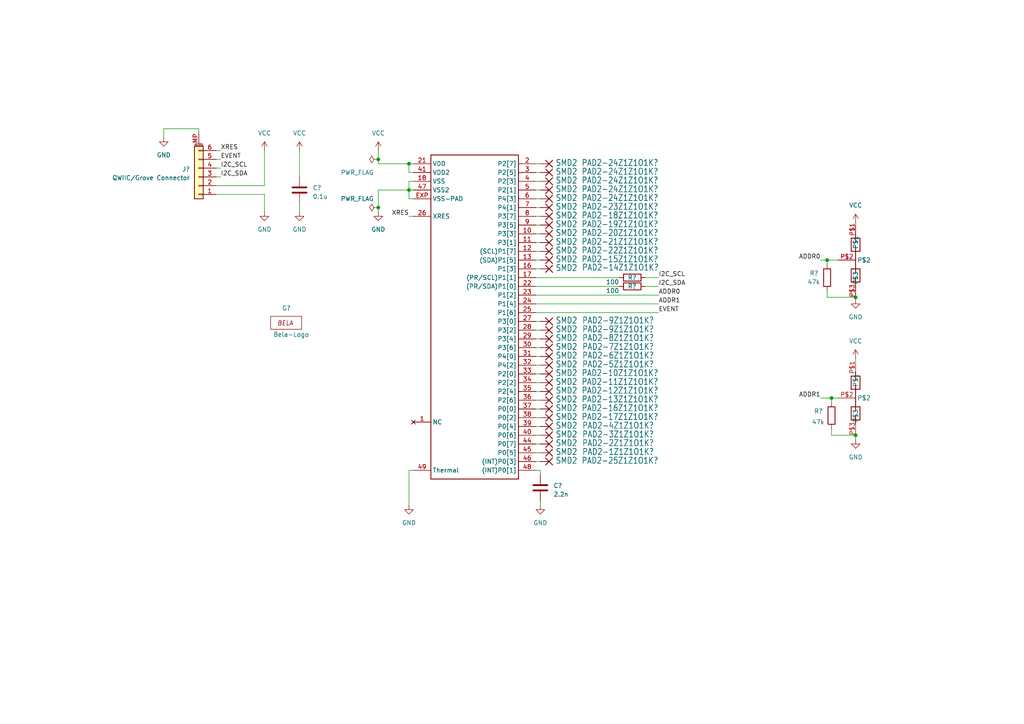
<source format=kicad_sch>
(kicad_sch (version 20211123) (generator eeschema)
  (paper "A4")
  (title_block (title "TRILL-SQUARE") (date "2022-10-21") (rev "C") (company "BELA / Augmented Instrumenst Ltd.") (comment 1 "https://bela.io"))
  (lib_symbols
    (symbol "Bela:Bela-Logo" (pin_numbers hide) (pin_names (offset 0) hide) (in_bom no)
      (property "Reference" "G" (at 0 -5.08 0))
      (property "Value" "Bela-Logo" (at 0.0508 -3.0988 0))
      (symbol "Bela-Logo_0_0"
        (text "" (at -8.2804 -15.748 0) (effects (font (size 1.27 1.27))))
        (text "" (at -5.3594 -7.366 0) (effects (font (size 1.27 1.27))))
        (text "BELA" (at -0.3048 0.7874 0) (effects (font (size 1.27 1.27) italic)))
      )
      (symbol "Bela-Logo_0_1"
        (rectangle (start -4.572 2.7432) (end 4.4196 -1.016))
      )
    )
    (symbol "Connector_Generic_MountingPin:Conn_01x06_MountingPin" (pin_names (offset 1.016) hide)
      (property "Reference" "J" (at 0 7.62 0))
      (property "Value" "Conn_01x06_MountingPin" (at 1.27 -10.16 0))
      (symbol "Conn_01x06_MountingPin_1_1"
        (rectangle (start -1.27 -7.493) (end 0 -7.747) (stroke (width 0.1524)))
        (rectangle (start -1.27 -4.953) (end 0 -5.207) (stroke (width 0.1524)))
        (rectangle (start -1.27 -2.413) (end 0 -2.667) (stroke (width 0.1524)))
        (rectangle (start -1.27 0.127) (end 0 -0.127) (stroke (width 0.1524)))
        (rectangle (start -1.27 2.667) (end 0 2.413) (stroke (width 0.1524)))
        (rectangle (start -1.27 5.207) (end 0 4.953) (stroke (width 0.1524)))
        (rectangle (start -1.27 6.35) (end 1.27 -8.89) (stroke (width 0.254)) (fill (type background)))
        (polyline (pts (xy -1.016 -9.652) (xy 1.016 -9.652)) (stroke (width 0.1524)))
        (text "Mounting" (at 0 -9.271 0) (effects (font (size 0.381 0.381))))
        (pin passive line (at -5.08 5.08 0) (length 3.81) (name "Pin_1") (number "1"))
        (pin passive line (at -5.08 2.54 0) (length 3.81) (name "Pin_2") (number "2"))
        (pin passive line (at -5.08 0 0) (length 3.81) (name "Pin_3") (number "3"))
        (pin passive line (at -5.08 -2.54 0) (length 3.81) (name "Pin_4") (number "4"))
        (pin passive line (at -5.08 -5.08 0) (length 3.81) (name "Pin_5") (number "5"))
        (pin passive line (at -5.08 -7.62 0) (length 3.81) (name "Pin_6") (number "6"))
        (pin passive line (at 0 -12.7 90) (length 3.048) (name "MountPin") (number "MP"))
      )
    )
    (symbol "Device:C" (pin_numbers hide) (pin_names (offset 0.254))
      (property "Reference" "C" (at 0.635 2.54 0))
      (property "Value" "C" (at 0.635 -2.54 0))
      (symbol "C_0_1"
        (polyline (pts (xy -2.032 -0.762) (xy 2.032 -0.762)) (stroke (width 0.508)))
        (polyline (pts (xy -2.032 0.762) (xy 2.032 0.762)) (stroke (width 0.508)))
      )
      (symbol "C_1_1"
        (pin passive line (at 0 3.81 270) (length 2.794) (name "~") (number "1"))
        (pin passive line (at 0 -3.81 90) (length 2.794) (name "~") (number "2"))
      )
    )
    (symbol "Device:R" (pin_numbers hide) (pin_names (offset 0))
      (property "Reference" "R" (at 2.032 0 90))
      (property "Value" "R" (at 0 0 90))
      (symbol "R_0_1"
        (rectangle (start -1.016 -2.54) (end 1.016 2.54) (stroke (width 0.254)))
      )
      (symbol "R_1_1"
        (pin passive line (at 0 3.81 270) (length 1.27) (name "~") (number "1"))
        (pin passive line (at 0 -3.81 90) (length 1.27) (name "~") (number "2"))
      )
    )
    (symbol "power:GND" (power) (pin_names (offset 0))
      (property "Value" "GND" (at 0 -3.81 0))
      (symbol "GND_0_1"
        (polyline (pts (xy 0 0) (xy 0 -1.27) (xy 1.27 -1.27) (xy 0 -2.54) (xy -1.27 -1.27) (xy 0 -1.27)))
      )
      (symbol "GND_1_1"
        (pin power_in line (at 0 0 270) (length 0) hide (name "GND") (number "1"))
      )
    )
    (symbol "power:PWR_FLAG" (power) (pin_numbers hide) (pin_names (offset 0) hide)
      (property "Value" "PWR_FLAG" (at 0 3.81 0))
      (symbol "PWR_FLAG_0_0"
        (pin power_out line (at 0 0 90) (length 0) (name "pwr") (number "1"))
      )
      (symbol "PWR_FLAG_0_1"
        (polyline (pts (xy 0 0) (xy 0 1.27) (xy -1.016 1.905) (xy 0 2.54) (xy 1.016 1.905) (xy 0 1.27)))
      )
    )
    (symbol "power:VCC" (power) (pin_names (offset 0))
      (property "Value" "VCC" (at 0 3.81 0))
      (symbol "VCC_0_1"
        (polyline (pts (xy -0.762 1.27) (xy 0 2.54)))
        (polyline (pts (xy 0 0) (xy 0 2.54)))
        (polyline (pts (xy 0 2.54) (xy 0.762 1.27)))
      )
      (symbol "VCC_1_1"
        (pin power_in line (at 0 0 90) (length 0) hide (name "VCC") (number "1"))
      )
    )
    (symbol "trill-square-eagle-import:CY8C206X6A"
      (symbol "CY8C206X6A_1_0"
        (polyline (pts (xy -12.7 -48.26) (xy -12.7 45.72)) (stroke (width 0.254)))
        (polyline (pts (xy -12.7 45.72) (xy 12.7 45.72)) (stroke (width 0.254)))
        (polyline (pts (xy 12.7 -48.26) (xy -12.7 -48.26)) (stroke (width 0.254)))
        (polyline (pts (xy 12.7 45.72) (xy 12.7 -48.26)) (stroke (width 0.254)))
        (pin no_connect line (at -17.78 -31.75 0) (length 5.08) (name "NC") (number "1"))
        (pin bidirectional line (at 17.78 22.86 180) (length 5.08) (name "P3[3]") (number "10"))
        (pin bidirectional line (at 17.78 20.32 180) (length 5.08) (name "P3[1]") (number "11"))
        (pin bidirectional line (at 17.78 17.78 180) (length 5.08) (name "(SCL)P1[7]") (number "12"))
        (pin bidirectional line (at 17.78 15.24 180) (length 5.08) (name "(SDA)P1[5]") (number "13"))
        (pin bidirectional line (at 17.78 12.7 180) (length 5.08) (name "P1[3]") (number "16"))
        (pin bidirectional line (at 17.78 10.16 180) (length 5.08) (name "(PR/SCL)P1[1]") (number "17"))
        (pin bidirectional line (at -17.78 38.1 0) (length 5.08) (name "VSS") (number "18"))
        (pin bidirectional line (at 17.78 43.18 180) (length 5.08) (name "P2[7]") (number "2"))
        (pin power_in line (at -17.78 43.18 0) (length 5.08) (name "VDD") (number "21"))
        (pin bidirectional line (at 17.78 7.62 180) (length 5.08) (name "(PR/SDA)P1[0]") (number "22"))
        (pin bidirectional line (at 17.78 5.08 180) (length 5.08) (name "P1[2]") (number "23"))
        (pin bidirectional line (at 17.78 2.54 180) (length 5.08) (name "P1[4]") (number "24"))
        (pin bidirectional line (at 17.78 0 180) (length 5.08) (name "P1[6]") (number "25"))
        (pin bidirectional line (at -17.78 27.94 0) (length 5.08) (name "XRES") (number "26"))
        (pin bidirectional line (at 17.78 -2.54 180) (length 5.08) (name "P3[0]") (number "27"))
        (pin bidirectional line (at 17.78 -5.08 180) (length 5.08) (name "P3[2]") (number "28"))
        (pin bidirectional line (at 17.78 -7.62 180) (length 5.08) (name "P3[4]") (number "29"))
        (pin bidirectional line (at 17.78 40.64 180) (length 5.08) (name "P2[5]") (number "3"))
        (pin bidirectional line (at 17.78 -10.16 180) (length 5.08) (name "P3[6]") (number "30"))
        (pin bidirectional line (at 17.78 -12.7 180) (length 5.08) (name "P4[0]") (number "31"))
        (pin bidirectional line (at 17.78 -15.24 180) (length 5.08) (name "P4[2]") (number "32"))
        (pin bidirectional line (at 17.78 -17.78 180) (length 5.08) (name "P2[0]") (number "33"))
        (pin bidirectional line (at 17.78 -20.32 180) (length 5.08) (name "P2[2]") (number "34"))
        (pin bidirectional line (at 17.78 -22.86 180) (length 5.08) (name "P2[4]") (number "35"))
        (pin bidirectional line (at 17.78 -25.4 180) (length 5.08) (name "P2[6]") (number "36"))
        (pin bidirectional line (at 17.78 -27.94 180) (length 5.08) (name "P0[0]") (number "37"))
        (pin bidirectional line (at 17.78 -30.48 180) (length 5.08) (name "P0[2]") (number "38"))
        (pin bidirectional line (at 17.78 -33.02 180) (length 5.08) (name "P0[4]") (number "39"))
        (pin bidirectional line (at 17.78 38.1 180) (length 5.08) (name "P2[3]") (number "4"))
        (pin bidirectional line (at 17.78 -35.56 180) (length 5.08) (name "P0[6]") (number "40"))
        (pin power_in line (at -17.78 40.64 0) (length 5.08) (name "VDD2") (number "41"))
        (pin bidirectional line (at 17.78 -38.1 180) (length 5.08) (name "P0[7]") (number "44"))
        (pin bidirectional line (at 17.78 -40.64 180) (length 5.08) (name "P0[5]") (number "45"))
        (pin bidirectional line (at 17.78 -43.18 180) (length 5.08) (name "(INT)P0[3]") (number "46"))
        (pin bidirectional line (at -17.78 35.56 0) (length 5.08) (name "VSS2") (number "47"))
        (pin bidirectional line (at 17.78 -45.72 180) (length 5.08) (name "(INT)P0[1]") (number "48"))
        (pin passive line (at -17.78 -45.72 0) (length 5.08) (name "Thermal") (number "49"))
        (pin bidirectional line (at 17.78 35.56 180) (length 5.08) (name "P2[1]") (number "5"))
        (pin bidirectional line (at 17.78 33.02 180) (length 5.08) (name "P4[3]") (number "6"))
        (pin bidirectional line (at 17.78 30.48 180) (length 5.08) (name "P4[1]") (number "7"))
        (pin bidirectional line (at 17.78 27.94 180) (length 5.08) (name "P3[7]") (number "8"))
        (pin bidirectional line (at 17.78 25.4 180) (length 5.08) (name "P3[5]") (number "9"))
        (pin bidirectional line (at -17.78 33.02 0) (length 5.08) (name "VSS-PAD") (number "EXP"))
      )
    )
    (symbol "trill-square-eagle-import:SMD2"
      (property "Reference" "PAD" (at -1.143 1.8542 0))
      (property "Value" "SMD2" (at -1.143 -3.302 0))
      (symbol "SMD2_1_0"
        (polyline (pts (xy -1.016 -1.016) (xy 1.016 1.016)) (stroke (width 0.254)))
        (polyline (pts (xy -1.016 1.016) (xy 1.016 -1.016)) (stroke (width 0.254)))
        (pin passive line (at 2.54 0 180) (length 2.54) (name "P") (number "1"))
      )
    )
    (symbol "trill-square-eagle-import:SOLDER_JUMPER_3PAD"
      (symbol "SOLDER_JUMPER_3PAD_1_0"
        (polyline (pts (xy -1.27 -6.35) (xy -1.27 -2.54)) (stroke (width 0.254)))
        (polyline (pts (xy -1.27 -2.54) (xy 1.27 -2.54)) (stroke (width 0.254)))
        (polyline (pts (xy -1.27 2.54) (xy -1.27 6.35)) (stroke (width 0.254)))
        (polyline (pts (xy -1.27 6.35) (xy 1.27 6.35)) (stroke (width 0.254)))
        (polyline (pts (xy 0 -7.62) (xy 0 -5.08)) (stroke (width 0.254)))
        (polyline (pts (xy 0 0) (xy 0 -3.81)) (stroke (width 0.254)))
        (polyline (pts (xy 0 0) (xy 0 3.81)) (stroke (width 0.254)))
        (polyline (pts (xy 0 7.62) (xy 0 5.08)) (stroke (width 0.254)))
        (polyline (pts (xy 1.27 -6.35) (xy -1.27 -6.35)) (stroke (width 0.254)))
        (polyline (pts (xy 1.27 -2.54) (xy 1.27 -6.35)) (stroke (width 0.254)))
        (polyline (pts (xy 1.27 2.54) (xy -1.27 2.54)) (stroke (width 0.254)))
        (polyline (pts (xy 1.27 6.35) (xy 1.27 2.54)) (stroke (width 0.254)))
        (pin bidirectional line (at 0 10.16 270) (length 2.54) (name "P$1") (number "P$1"))
        (pin bidirectional line (at -5.08 0 0) (length 5.08) (name "P$2") (number "P$2"))
        (pin bidirectional line (at 0 -10.16 90) (length 2.54) (name "P$3") (number "P$3"))
      )
    )
  )
  (junction (at 109.728 60.198))
  (junction (at 109.728 46.228))
  (junction (at 118.618 55.118))
  (junction (at 248.158 86.233))
  (junction (at 118.618 47.498))
  (junction (at 241.173 115.443))
  (junction (at 248.158 126.238))
  (junction (at 239.903 75.438))
  (no_connect (at 119.888 122.428))
  (wire (pts (xy 248.158 86.233) (xy 239.903 86.233)))
  (wire (pts (xy 62.738 48.768) (xy 64.008 48.768)))
  (wire (pts (xy 241.173 115.443) (xy 241.173 116.713)))
  (wire (pts (xy 118.618 47.498) (xy 119.888 47.498)))
  (wire (pts (xy 118.618 47.498) (xy 109.728 47.498)))
  (wire (pts (xy 47.498 37.338) (xy 47.498 39.878)))
  (wire (pts (xy 237.998 75.438) (xy 239.903 75.438)))
  (wire (pts (xy 248.158 86.233) (xy 248.158 85.598)))
  (wire (pts (xy 118.618 52.578) (xy 118.618 55.118)))
  (wire (pts (xy 57.658 38.608) (xy 57.658 37.338)))
  (wire (pts (xy 118.618 50.038) (xy 118.618 47.498)))
  (wire (pts (xy 156.718 136.398) (xy 155.448 136.398)))
  (wire (pts (xy 155.448 75.438) (xy 156.718 75.438)))
  (wire (pts (xy 155.448 50.038) (xy 156.718 50.038)))
  (wire (pts (xy 187.198 83.058) (xy 191.008 83.058)))
  (wire (pts (xy 187.198 80.518) (xy 191.008 80.518)))
  (wire (pts (xy 109.728 47.498) (xy 109.728 46.228)))
  (wire (pts (xy 156.718 137.668) (xy 156.718 136.398)))
  (wire (pts (xy 155.448 70.358) (xy 156.718 70.358)))
  (wire (pts (xy 155.448 55.118) (xy 156.718 55.118)))
  (wire (pts (xy 155.448 83.058) (xy 179.578 83.058)))
  (wire (pts (xy 241.173 124.333) (xy 241.173 126.238)))
  (wire (pts (xy 109.728 46.228) (xy 109.728 43.688)))
  (wire (pts (xy 118.618 55.118) (xy 109.728 55.118)))
  (wire (pts (xy 155.448 131.318) (xy 156.718 131.318)))
  (wire (pts (xy 155.448 116.078) (xy 156.718 116.078)))
  (wire (pts (xy 155.448 85.598) (xy 191.008 85.598)))
  (wire (pts (xy 155.448 52.578) (xy 156.718 52.578)))
  (wire (pts (xy 155.448 47.498) (xy 156.718 47.498)))
  (wire (pts (xy 155.448 118.618) (xy 156.718 118.618)))
  (wire (pts (xy 155.448 60.198) (xy 156.718 60.198)))
  (wire (pts (xy 155.448 110.998) (xy 156.718 110.998)))
  (wire (pts (xy 239.903 75.438) (xy 243.078 75.438)))
  (wire (pts (xy 248.158 104.013) (xy 248.158 105.283)))
  (wire (pts (xy 156.718 145.288) (xy 156.718 146.558)))
  (wire (pts (xy 155.448 93.218) (xy 156.718 93.218)))
  (wire (pts (xy 155.448 126.238) (xy 156.718 126.238)))
  (wire (pts (xy 239.903 84.328) (xy 239.903 86.233)))
  (wire (pts (xy 155.448 128.778) (xy 156.718 128.778)))
  (wire (pts (xy 62.738 43.688) (xy 64.008 43.688)))
  (wire (pts (xy 57.658 37.338) (xy 47.498 37.338)))
  (wire (pts (xy 155.448 105.918) (xy 156.718 105.918)))
  (wire (pts (xy 62.738 56.388) (xy 76.708 56.388)))
  (wire (pts (xy 155.448 77.978) (xy 156.718 77.978)))
  (wire (pts (xy 109.728 55.118) (xy 109.728 60.198)))
  (wire (pts (xy 155.448 113.538) (xy 156.718 113.538)))
  (wire (pts (xy 62.738 51.308) (xy 64.008 51.308)))
  (wire (pts (xy 248.158 86.233) (xy 248.158 86.868)))
  (wire (pts (xy 62.738 53.848) (xy 76.708 53.848)))
  (wire (pts (xy 118.618 55.118) (xy 118.618 57.658)))
  (wire (pts (xy 118.618 146.558) (xy 118.618 136.398)))
  (wire (pts (xy 155.448 65.278) (xy 156.718 65.278)))
  (wire (pts (xy 155.448 108.458) (xy 156.718 108.458)))
  (wire (pts (xy 118.618 57.658) (xy 119.888 57.658)))
  (wire (pts (xy 155.448 80.518) (xy 179.578 80.518)))
  (wire (pts (xy 119.888 55.118) (xy 118.618 55.118)))
  (wire (pts (xy 155.448 67.818) (xy 156.718 67.818)))
  (wire (pts (xy 118.618 136.398) (xy 119.888 136.398)))
  (wire (pts (xy 155.448 123.698) (xy 156.718 123.698)))
  (wire (pts (xy 64.008 46.228) (xy 62.738 46.228)))
  (wire (pts (xy 248.158 64.643) (xy 248.158 65.278)))
  (wire (pts (xy 155.448 98.298) (xy 156.718 98.298)))
  (wire (pts (xy 86.868 43.688) (xy 86.868 51.308)))
  (wire (pts (xy 155.448 100.838) (xy 156.718 100.838)))
  (wire (pts (xy 155.448 72.898) (xy 156.718 72.898)))
  (wire (pts (xy 109.728 60.198) (xy 109.728 61.468)))
  (wire (pts (xy 118.618 62.738) (xy 119.888 62.738)))
  (wire (pts (xy 155.448 62.738) (xy 156.718 62.738)))
  (wire (pts (xy 248.158 126.238) (xy 241.173 126.238)))
  (wire (pts (xy 119.888 52.578) (xy 118.618 52.578)))
  (wire (pts (xy 239.903 75.438) (xy 239.903 76.708)))
  (wire (pts (xy 155.448 133.858) (xy 156.718 133.858)))
  (wire (pts (xy 241.173 115.443) (xy 243.078 115.443)))
  (wire (pts (xy 155.448 57.658) (xy 156.718 57.658)))
  (wire (pts (xy 119.888 50.038) (xy 118.618 50.038)))
  (wire (pts (xy 155.448 103.378) (xy 156.718 103.378)))
  (wire (pts (xy 76.708 53.848) (xy 76.708 43.688)))
  (wire (pts (xy 248.158 126.238) (xy 248.158 125.603)))
  (wire (pts (xy 248.158 126.238) (xy 248.158 127.508)))
  (wire (pts (xy 76.708 56.388) (xy 76.708 61.468)))
  (wire (pts (xy 86.868 58.928) (xy 86.868 61.468)))
  (wire (pts (xy 155.448 121.158) (xy 156.718 121.158)))
  (wire (pts (xy 155.448 90.678) (xy 191.008 90.678)))
  (wire (pts (xy 155.448 88.138) (xy 191.008 88.138)))
  (wire (pts (xy 237.998 115.443) (xy 241.173 115.443)))
  (wire (pts (xy 155.448 95.758) (xy 156.718 95.758)))
  (label "ADDR0" (at 237.998 75.438 0))
  (label "EVENT" (at 191.008 90.678 0))
  (label "XRES" (at 118.618 62.738 0))
  (label "ADDR0" (at 191.008 85.598 0))
  (label "XRES" (at 64.008 43.688 0))
  (label "I2C_SDA" (at 191.008 83.058 0))
  (label "I2C_SDA" (at 64.008 51.308 0))
  (label "I2C_SCL" (at 191.008 80.518 0))
  (label "I2C_SCL" (at 64.008 48.768 0))
  (label "ADDR1" (at 191.008 88.138 0))
  (label "EVENT" (at 64.008 46.228 0))
  (label "ADDR1" (at 237.998 115.443 0))
  (symbol (lib_id "power:VCC") (at 86.868 43.688 0) (unit 1)
    (property "Reference" "#PWR?" (effects hide))
    (property "Value" "VCC" (at 86.868 38.608 0))
  )
  (symbol (lib_id "trill-square-eagle-import:SMD2") (at 159.258 95.758 180) (unit 1)
    (property "Reference" "PAD2-9Z1Z1O1K?" (at 189.738 94.488 0) (effects (font (size 1.778 1.5113)) (justify left bottom)))
    (property "Value" "SMD2" (at 167.513 94.488 0) (effects (font (size 1.778 1.5113)) (justify left bottom)))
    (property "Footprint" "trill-square:SMD1,27-2,54" (effects hide))
  )
  (symbol (lib_id "trill-square-eagle-import:SMD2") (at 159.258 47.498 180) (unit 1)
    (property "Reference" "PAD2-24Z1Z1O1K?" (at 191.008 46.228 0) (effects (font (size 1.778 1.5113)) (justify left bottom)))
    (property "Value" "SMD2" (at 167.513 46.228 0) (effects (font (size 1.778 1.5113)) (justify left bottom)))
    (property "Footprint" "trill-square:SMD1,27-2,54" (effects hide))
  )
  (symbol (lib_id "trill-square-eagle-import:SMD2") (at 159.258 70.358 180) (unit 1)
    (property "Reference" "PAD2-21Z1Z1O1K?" (at 191.008 69.088 0) (effects (font (size 1.778 1.5113)) (justify left bottom)))
    (property "Value" "SMD2" (at 167.513 69.088 0) (effects (font (size 1.778 1.5113)) (justify left bottom)))
    (property "Footprint" "trill-square:SMD1,27-2,54" (effects hide))
  )
  (symbol (lib_id "power:VCC") (at 109.728 43.688 0) (unit 1)
    (property "Reference" "#PWR?" (effects hide))
    (property "Value" "VCC" (at 109.728 38.608 0))
  )
  (symbol (lib_id "trill-square-eagle-import:SMD2") (at 159.258 57.658 180) (unit 1)
    (property "Reference" "PAD2-24Z1Z1O1K?" (at 191.008 56.388 0) (effects (font (size 1.778 1.5113)) (justify left bottom)))
    (property "Value" "SMD2" (at 167.513 56.388 0) (effects (font (size 1.778 1.5113)) (justify left bottom)))
    (property "Footprint" "trill-square:SMD1,27-2,54" (effects hide))
  )
  (symbol (lib_id "trill-square-eagle-import:SMD2") (at 159.258 128.778 180) (unit 1)
    (property "Reference" "PAD2-2Z1Z1O1K?" (at 189.738 127.508 0) (effects (font (size 1.778 1.5113)) (justify left bottom)))
    (property "Value" "SMD2" (at 167.513 127.508 0) (effects (font (size 1.778 1.5113)) (justify left bottom)))
    (property "Footprint" "trill-square:SMD1,27-2,54" (effects hide))
  )
  (symbol (lib_id "Device:R") (at 183.388 83.058 90) (unit 1)
    (property "Reference" "R?" (at 184.658 83.058 90) (effects (justify left)))
    (property "Value" "100" (at 179.578 84.328 90) (effects (justify left)))
    (property "Footprint" "Resistor_SMD:R_0402_1005Metric" (effects hide))
  )
  (symbol (lib_id "trill-square-eagle-import:SMD2") (at 159.258 67.818 180) (unit 1)
    (property "Reference" "PAD2-20Z1Z1O1K?" (at 191.008 66.548 0) (effects (font (size 1.778 1.5113)) (justify left bottom)))
    (property "Value" "SMD2" (at 167.513 66.548 0) (effects (font (size 1.778 1.5113)) (justify left bottom)))
    (property "Footprint" "trill-square:SMD1,27-2,54" (effects hide))
  )
  (symbol (lib_id "Device:C") (at 86.868 55.118 0) (unit 1)
    (property "Reference" "C?" (at 90.678 54.483 0) (effects (justify left)))
    (property "Value" "0.1u" (at 90.678 57.023 0) (effects (justify left)))
    (property "Footprint" "Capacitor_SMD:C_0402_1005Metric" (effects hide))
  )
  (symbol (lib_id "trill-square-eagle-import:SMD2") (at 159.258 105.918 180) (unit 1)
    (property "Reference" "PAD2-5Z1Z1O1K?" (at 189.738 104.648 0) (effects (font (size 1.778 1.5113)) (justify left bottom)))
    (property "Value" "SMD2" (at 167.513 104.648 0) (effects (font (size 1.778 1.5113)) (justify left bottom)))
    (property "Footprint" "trill-square:SMD1,27-2,54" (effects hide))
  )
  (symbol (lib_id "trill-square-eagle-import:CY8C206X6A") (at 137.668 90.678 0) (unit 1)
    (property "Reference" "IC?" (effects hide))
    (property "Value" "CY8C206X6A" (effects hide))
    (property "Footprint" "trill-square:QFN48-LEADS" (effects hide))
  )
  (symbol (lib_id "power:PWR_FLAG") (at 109.728 46.228 90) (unit 1)
    (property "Reference" "#FLG?" (effects hide))
    (property "Value" "PWR_FLAG" (at 108.458 50.038 90) (effects (justify left)))
  )
  (symbol (lib_id "trill-square-eagle-import:SMD2") (at 159.258 52.578 180) (unit 1)
    (property "Reference" "PAD2-24Z1Z1O1K?" (at 191.008 51.308 0) (effects (font (size 1.778 1.5113)) (justify left bottom)))
    (property "Value" "SMD2" (at 167.513 51.308 0) (effects (font (size 1.778 1.5113)) (justify left bottom)))
    (property "Footprint" "trill-square:SMD1,27-2,54" (effects hide))
  )
  (symbol (lib_id "power:VCC") (at 248.158 64.643 0) (unit 1)
    (property "Reference" "#PWR?" (effects hide))
    (property "Value" "VCC" (at 248.158 59.563 0))
  )
  (symbol (lib_id "trill-square-eagle-import:SMD2") (at 159.258 110.998 180) (unit 1)
    (property "Reference" "PAD2-11Z1Z1O1K?" (at 191.008 109.728 0) (effects (font (size 1.778 1.5113)) (justify left bottom)))
    (property "Value" "SMD2" (at 167.513 109.728 0) (effects (font (size 1.778 1.5113)) (justify left bottom)))
    (property "Footprint" "trill-square:SMD1,27-2,54" (effects hide))
  )
  (symbol (lib_id "trill-square-eagle-import:SMD2") (at 159.258 103.378 180) (unit 1)
    (property "Reference" "PAD2-6Z1Z1O1K?" (at 189.738 102.108 0) (effects (font (size 1.778 1.5113)) (justify left bottom)))
    (property "Value" "SMD2" (at 167.513 102.108 0) (effects (font (size 1.778 1.5113)) (justify left bottom)))
    (property "Footprint" "trill-square:SMD1,27-2,54" (effects hide))
  )
  (symbol (lib_id "power:GND") (at 118.618 146.558 0) (unit 1)
    (property "Reference" "#PWR?" (effects hide))
    (property "Value" "GND" (at 118.618 151.638 0))
  )
  (symbol (lib_id "trill-square-eagle-import:SMD2") (at 159.258 75.438 180) (unit 1)
    (property "Reference" "PAD2-15Z1Z1O1K?" (at 191.008 74.168 0) (effects (font (size 1.778 1.5113)) (justify left bottom)))
    (property "Value" "SMD2" (at 167.513 74.168 0) (effects (font (size 1.778 1.5113)) (justify left bottom)))
    (property "Footprint" "trill-square:SMD1,27-2,54" (effects hide))
  )
  (symbol (lib_id "trill-square-eagle-import:SMD2") (at 159.258 77.978 180) (unit 1)
    (property "Reference" "PAD2-14Z1Z1O1K?" (at 191.135 76.581 0) (effects (font (size 1.778 1.5113)) (justify left bottom)))
    (property "Value" "SMD2" (at 167.513 76.708 0) (effects (font (size 1.778 1.5113)) (justify left bottom)))
    (property "Footprint" "trill-square:SMD1,27-2,54" (effects hide))
  )
  (symbol (lib_id "power:GND") (at 248.158 86.868 0) (unit 1)
    (property "Reference" "#PWR?" (effects hide))
    (property "Value" "GND" (at 248.158 91.948 0))
  )
  (symbol (lib_id "Device:R") (at 183.388 80.518 90) (unit 1)
    (property "Reference" "R?" (at 184.658 80.518 90) (effects (justify left)))
    (property "Value" "100" (at 179.578 81.788 90) (effects (justify left)))
    (property "Footprint" "Resistor_SMD:R_0402_1005Metric" (effects hide))
  )
  (symbol (lib_id "power:GND") (at 109.728 61.468 0) (unit 1)
    (property "Reference" "#PWR?" (effects hide))
    (property "Value" "GND" (at 109.728 66.548 0))
  )
  (symbol (lib_id "trill-square-eagle-import:SMD2") (at 159.258 116.078 180) (unit 1)
    (property "Reference" "PAD2-13Z1Z1O1K?" (at 191.008 114.808 0) (effects (font (size 1.778 1.5113)) (justify left bottom)))
    (property "Value" "SMD2" (at 167.513 114.808 0) (effects (font (size 1.778 1.5113)) (justify left bottom)))
    (property "Footprint" "trill-square:SMD1,27-2,54" (effects hide))
  )
  (symbol (lib_id "trill-square-eagle-import:SMD2") (at 159.258 123.698 180) (unit 1)
    (property "Reference" "PAD2-4Z1Z1O1K?" (at 189.738 122.428 0) (effects (font (size 1.778 1.5113)) (justify left bottom)))
    (property "Value" "SMD2" (at 167.513 122.428 0) (effects (font (size 1.778 1.5113)) (justify left bottom)))
    (property "Footprint" "trill-square:SMD1,27-2,54" (effects hide))
  )
  (symbol (lib_id "trill-square-eagle-import:SMD2") (at 159.258 108.458 180) (unit 1)
    (property "Reference" "PAD2-10Z1Z1O1K?" (at 191.008 107.188 0) (effects (font (size 1.778 1.5113)) (justify left bottom)))
    (property "Value" "SMD2" (at 167.513 107.188 0) (effects (font (size 1.778 1.5113)) (justify left bottom)))
    (property "Footprint" "trill-square:SMD1,27-2,54" (effects hide))
  )
  (symbol (lib_id "Device:R") (at 241.173 120.523 0) (unit 1)
    (property "Reference" "R?" (at 236.093 119.253 0) (effects (justify left)))
    (property "Value" "47k" (at 235.458 122.428 0) (effects (justify left)))
    (property "Footprint" "Resistor_SMD:R_0402_1005Metric" (effects hide))
  )
  (symbol (lib_id "Bela:Bela-Logo") (at 83.058 94.488 0) (unit 1) (in_bom no)
    (property "Reference" "G?" (at 81.788 89.408 0) (effects (justify left)))
    (property "Value" "Bela-Logo" (at 79.248 97.028 0) (effects (justify left)))
    (property "Footprint" "Bela:Bela-Logo_20mm_Silkscreen" (effects hide))
  )
  (symbol (lib_id "trill-square-eagle-import:SMD2") (at 159.258 113.538 180) (unit 1)
    (property "Reference" "PAD2-12Z1Z1O1K?" (at 191.008 112.268 0) (effects (font (size 1.778 1.5113)) (justify left bottom)))
    (property "Value" "SMD2" (at 167.513 112.268 0) (effects (font (size 1.778 1.5113)) (justify left bottom)))
    (property "Footprint" "trill-square:SMD1,27-2,54" (effects hide))
  )
  (symbol (lib_id "power:VCC") (at 248.158 104.013 0) (unit 1)
    (property "Reference" "#PWR?" (effects hide))
    (property "Value" "VCC" (at 248.158 98.933 0))
  )
  (symbol (lib_id "power:GND") (at 76.708 61.468 0) (unit 1)
    (property "Reference" "#PWR?" (effects hide))
    (property "Value" "GND" (at 76.708 66.548 0))
  )
  (symbol (lib_id "power:GND") (at 47.498 39.878 0) (unit 1)
    (property "Reference" "#PWR?" (effects hide))
    (property "Value" "GND" (at 47.498 44.958 0))
  )
  (symbol (lib_id "power:VCC") (at 76.708 43.688 0) (unit 1)
    (property "Reference" "#PWR?" (effects hide))
    (property "Value" "VCC" (at 76.708 38.608 0))
  )
  (symbol (lib_id "trill-square-eagle-import:SMD2") (at 159.258 100.838 180) (unit 1)
    (property "Reference" "PAD2-7Z1Z1O1K?" (at 189.738 99.568 0) (effects (font (size 1.778 1.5113)) (justify left bottom)))
    (property "Value" "SMD2" (at 167.513 99.568 0) (effects (font (size 1.778 1.5113)) (justify left bottom)))
    (property "Footprint" "trill-square:SMD1,27-2,54" (effects hide))
  )
  (symbol (lib_id "trill-square-eagle-import:SMD2") (at 159.258 65.278 180) (unit 1)
    (property "Reference" "PAD2-19Z1Z1O1K?" (at 191.008 64.008 0) (effects (font (size 1.778 1.5113)) (justify left bottom)))
    (property "Value" "SMD2" (at 167.513 64.008 0) (effects (font (size 1.778 1.5113)) (justify left bottom)))
    (property "Footprint" "trill-square:SMD1,27-2,54" (effects hide))
  )
  (symbol (lib_id "trill-square-eagle-import:SMD2") (at 159.258 133.858 180) (unit 1)
    (property "Reference" "PAD2-25Z1Z1O1K?" (at 191.008 132.588 0) (effects (font (size 1.778 1.5113)) (justify left bottom)))
    (property "Value" "SMD2" (at 167.513 132.588 0) (effects (font (size 1.778 1.5113)) (justify left bottom)))
    (property "Footprint" "trill-square:SMD1,27-2,54" (effects hide))
  )
  (symbol (lib_id "power:GND") (at 248.158 127.508 0) (unit 1)
    (property "Reference" "#PWR?" (effects hide))
    (property "Value" "GND" (at 248.158 132.588 0))
  )
  (symbol (lib_id "power:GND") (at 156.718 146.558 0) (unit 1)
    (property "Reference" "#PWR?" (effects hide))
    (property "Value" "GND" (at 156.718 151.638 0))
  )
  (symbol (lib_id "trill-square-eagle-import:SMD2") (at 159.258 93.218 180) (unit 1)
    (property "Reference" "PAD2-9Z1Z1O1K?" (at 189.738 91.948 0) (effects (font (size 1.778 1.5113)) (justify left bottom)))
    (property "Value" "SMD2" (at 167.513 91.948 0) (effects (font (size 1.778 1.5113)) (justify left bottom)))
    (property "Footprint" "trill-square:SMD1,27-2,54" (effects hide))
  )
  (symbol (lib_id "trill-square-eagle-import:SMD2") (at 159.258 55.118 180) (unit 1)
    (property "Reference" "PAD2-24Z1Z1O1K?" (at 191.008 53.848 0) (effects (font (size 1.778 1.5113)) (justify left bottom)))
    (property "Value" "SMD2" (at 167.513 53.848 0) (effects (font (size 1.778 1.5113)) (justify left bottom)))
    (property "Footprint" "trill-square:SMD1,27-2,54" (effects hide))
  )
  (symbol (lib_id "trill-square-eagle-import:SOLDER_JUMPER_3PAD") (at 248.158 115.443 0) (unit 1)
    (property "Reference" "U$?" (effects hide))
    (property "Value" "SOLDER_JUMPER_3PAD" (effects hide))
    (property "Footprint" "trill-square:SOLDER_JUMPER_3PAD" (effects hide))
  )
  (symbol (lib_id "trill-square-eagle-import:SOLDER_JUMPER_3PAD") (at 248.158 75.438 0) (unit 1)
    (property "Reference" "U$?" (effects hide))
    (property "Value" "SOLDER_JUMPER_3PAD" (effects hide))
    (property "Footprint" "trill-square:SOLDER_JUMPER_3PAD" (effects hide))
  )
  (symbol (lib_id "trill-square-eagle-import:SMD2") (at 159.258 126.238 180) (unit 1)
    (property "Reference" "PAD2-3Z1Z1O1K?" (at 189.738 124.968 0) (effects (font (size 1.778 1.5113)) (justify left bottom)))
    (property "Value" "SMD2" (at 167.513 124.968 0) (effects (font (size 1.778 1.5113)) (justify left bottom)))
    (property "Footprint" "trill-square:SMD1,27-2,54" (effects hide))
  )
  (symbol (lib_id "trill-square-eagle-import:SMD2") (at 159.258 121.158 180) (unit 1)
    (property "Reference" "PAD2-17Z1Z1O1K?" (at 191.008 119.888 0) (effects (font (size 1.778 1.5113)) (justify left bottom)))
    (property "Value" "SMD2" (at 167.513 119.888 0) (effects (font (size 1.778 1.5113)) (justify left bottom)))
    (property "Footprint" "trill-square:SMD1,27-2,54" (effects hide))
  )
  (symbol (lib_id "Device:C") (at 156.718 141.478 0) (unit 1)
    (property "Reference" "C?" (at 160.528 140.843 0) (effects (justify left)))
    (property "Value" "2.2n" (at 160.528 143.383 0) (effects (justify left)))
    (property "Footprint" "Capacitor_SMD:C_0402_1005Metric" (effects hide))
  )
  (symbol (lib_id "Connector_Generic_MountingPin:Conn_01x06_MountingPin") (at 57.658 51.308 180) (unit 1)
    (property "Reference" "J?" (at 55.118 49.0474 0) (effects (justify left)))
    (property "Value" "QWIIC/Grove Connector" (at 55.118 51.5874 0) (effects (justify left)))
    (property "Footprint" "Bela:QWIIC-Grove-hybrid-4-SMT" (effects hide))
  )
  (symbol (lib_id "trill-square-eagle-import:SMD2") (at 159.258 131.318 180) (unit 1)
    (property "Reference" "PAD2-1Z1Z1O1K?" (at 189.738 130.048 0) (effects (font (size 1.778 1.5113)) (justify left bottom)))
    (property "Value" "SMD2" (at 167.513 130.048 0) (effects (font (size 1.778 1.5113)) (justify left bottom)))
    (property "Footprint" "trill-square:SMD1,27-2,54" (effects hide))
  )
  (symbol (lib_id "trill-square-eagle-import:SMD2") (at 159.258 62.738 180) (unit 1)
    (property "Reference" "PAD2-18Z1Z1O1K?" (at 191.008 61.468 0) (effects (font (size 1.778 1.5113)) (justify left bottom)))
    (property "Value" "SMD2" (at 167.513 61.468 0) (effects (font (size 1.778 1.5113)) (justify left bottom)))
    (property "Footprint" "trill-square:SMD1,27-2,54" (effects hide))
  )
  (symbol (lib_id "trill-square-eagle-import:SMD2") (at 159.258 72.898 180) (unit 1)
    (property "Reference" "PAD2-22Z1Z1O1K?" (at 191.008 71.628 0) (effects (font (size 1.778 1.5113)) (justify left bottom)))
    (property "Value" "SMD2" (at 167.513 71.628 0) (effects (font (size 1.778 1.5113)) (justify left bottom)))
    (property "Footprint" "trill-square:SMD1,27-2,54" (effects hide))
  )
  (symbol (lib_id "Device:R") (at 239.903 80.518 0) (unit 1)
    (property "Reference" "R?" (at 234.823 79.248 0) (effects (justify left)))
    (property "Value" "47k" (at 234.188 81.788 0) (effects (justify left)))
    (property "Footprint" "Resistor_SMD:R_0402_1005Metric" (effects hide))
  )
  (symbol (lib_id "power:GND") (at 86.868 61.468 0) (unit 1)
    (property "Reference" "#PWR?" (effects hide))
    (property "Value" "GND" (at 86.868 66.548 0))
  )
  (symbol (lib_id "trill-square-eagle-import:SMD2") (at 159.258 118.618 180) (unit 1)
    (property "Reference" "PAD2-16Z1Z1O1K?" (at 191.008 117.348 0) (effects (font (size 1.778 1.5113)) (justify left bottom)))
    (property "Value" "SMD2" (at 167.513 117.348 0) (effects (font (size 1.778 1.5113)) (justify left bottom)))
    (property "Footprint" "trill-square:SMD1,27-2,54" (effects hide))
  )
  (symbol (lib_id "power:PWR_FLAG") (at 109.728 60.198 90) (unit 1)
    (property "Reference" "#FLG?" (effects hide))
    (property "Value" "PWR_FLAG" (at 108.458 57.658 90) (effects (justify left)))
  )
  (symbol (lib_id "trill-square-eagle-import:SMD2") (at 159.258 50.038 180) (unit 1)
    (property "Reference" "PAD2-24Z1Z1O1K?" (at 191.008 48.768 0) (effects (font (size 1.778 1.5113)) (justify left bottom)))
    (property "Value" "SMD2" (at 167.513 48.768 0) (effects (font (size 1.778 1.5113)) (justify left bottom)))
    (property "Footprint" "trill-square:SMD1,27-2,54" (effects hide))
  )
  (symbol (lib_id "trill-square-eagle-import:SMD2") (at 159.258 60.198 180) (unit 1)
    (property "Reference" "PAD2-23Z1Z1O1K?" (at 191.008 58.928 0) (effects (font (size 1.778 1.5113)) (justify left bottom)))
    (property "Value" "SMD2" (at 167.513 58.928 0) (effects (font (size 1.778 1.5113)) (justify left bottom)))
    (property "Footprint" "trill-square:SMD1,27-2,54" (effects hide))
  )
  (symbol (lib_id "trill-square-eagle-import:SMD2") (at 159.258 98.298 180) (unit 1)
    (property "Reference" "PAD2-8Z1Z1O1K?" (at 189.738 97.028 0) (effects (font (size 1.778 1.5113)) (justify left bottom)))
    (property "Value" "SMD2" (at 167.513 97.028 0) (effects (font (size 1.778 1.5113)) (justify left bottom)))
    (property "Footprint" "trill-square:SMD1,27-2,54" (effects hide))
  )
)
</source>
